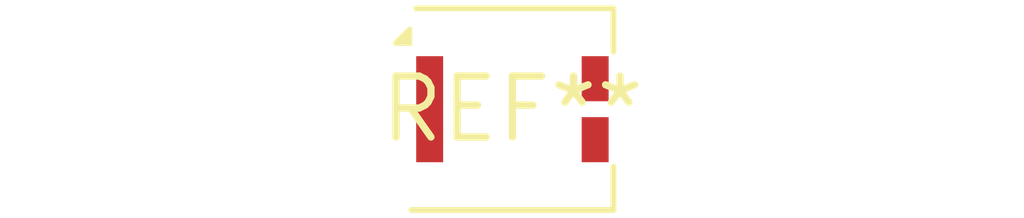
<source format=kicad_pcb>
(kicad_pcb (version 20240108) (generator pcbnew)
  (layers (0 "F.Cu" signal) (31 "B.Cu" signal) (34 "B.Paste" user) (35 "F.Paste" user) (36 "B.SilkS" user "B.Silkscreen") (37 "F.SilkS" user "F.Silkscreen") (38 "B.Mask" user) (39 "F.Mask" user) (44 "Edge.Cuts" user))
  (net 0 "")
  (footprint "Littelfuse_PolyZen-LS" (layer "F.Cu") (at 0 0)
    (property "Reference" "REF**")
    (property "Value" "Littelfuse_PolyZen-LS")
    (fp_line (start 2.1 -2.1) (end -2 -2.1) (layer "F.SilkS") (stroke (width 0.12)))
    (fp_line (start 2.1 -2.1) (end 2.1 -1.2) (layer "F.SilkS") (stroke (width 0.12)))
    (fp_line (start 2.1 2.1) (end -2.1 2.1) (layer "F.SilkS") (stroke (width 0.12)))
    (fp_line (start 2.1 2.1) (end 2.1 1.2) (layer "F.SilkS") (stroke (width 0.12)))
    (fp_poly (pts (xy -2.14 -1.38) (xy -2.42 -1.38) (xy -2.14 -1.66) (xy -2.14 -1.38)) (layer "F.SilkS") (stroke (width 0.12)) (fill solid))
    (pad "1" smd rect (at -1.72 0) (size 0.56 2.21) (layers "F.Cu" "F.Paste" "F.Mask"))
    (pad "2" smd rect (at 1.72 -0.635) (size 0.56 0.94) (layers "F.Cu" "F.Paste" "F.Mask"))
    (pad "3" smd rect (at 1.72 0.635) (size 0.56 0.94) (layers "F.Cu" "F.Paste" "F.Mask"))
  )
)
</source>
